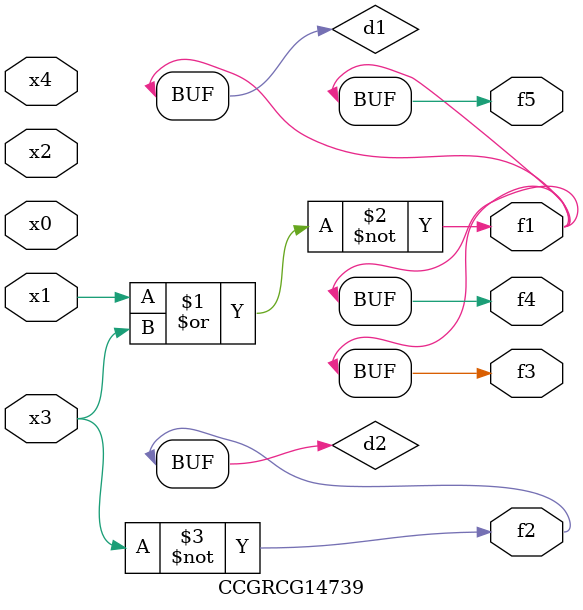
<source format=v>
module CCGRCG14739(
	input x0, x1, x2, x3, x4,
	output f1, f2, f3, f4, f5
);

	wire d1, d2;

	nor (d1, x1, x3);
	not (d2, x3);
	assign f1 = d1;
	assign f2 = d2;
	assign f3 = d1;
	assign f4 = d1;
	assign f5 = d1;
endmodule

</source>
